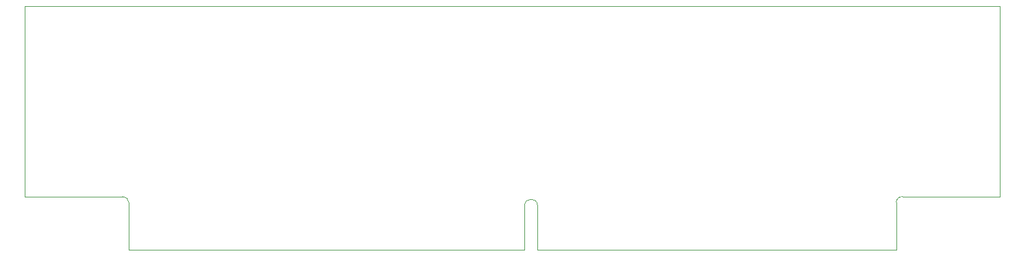
<source format=gm1>
G04 #@! TF.GenerationSoftware,KiCad,Pcbnew,(6.0.0)*
G04 #@! TF.CreationDate,2022-01-26T20:37:23-08:00*
G04 #@! TF.ProjectId,M919_cache,4d393139-5f63-4616-9368-652e6b696361,rev?*
G04 #@! TF.SameCoordinates,Original*
G04 #@! TF.FileFunction,Profile,NP*
%FSLAX46Y46*%
G04 Gerber Fmt 4.6, Leading zero omitted, Abs format (unit mm)*
G04 Created by KiCad (PCBNEW (6.0.0)) date 2022-01-26 20:37:23*
%MOMM*%
%LPD*%
G01*
G04 APERTURE LIST*
G04 #@! TA.AperFunction,Profile*
%ADD10C,0.050000*%
G04 #@! TD*
G04 APERTURE END LIST*
D10*
X128524000Y-119634000D02*
G75*
G03*
X127765973Y-118847148I-787400J0D01*
G01*
X247650000Y-118846600D02*
X234341518Y-118846600D01*
X184454800Y-120091200D02*
G75*
G03*
X182676800Y-120091200I-889000J0D01*
G01*
X234341518Y-118846600D02*
G75*
G03*
X233502200Y-119634000I-50314J-787398D01*
G01*
X233502200Y-126136400D02*
X233502200Y-119634000D01*
X127765973Y-118847148D02*
X114300000Y-118847148D01*
X114300000Y-92710000D02*
X247650000Y-92710000D01*
X233502200Y-126136400D02*
X184454800Y-126136400D01*
X182676800Y-120091200D02*
X182676800Y-126136400D01*
X128524000Y-126136400D02*
X128524000Y-119634000D01*
X182676800Y-126136400D02*
X128524000Y-126136400D01*
X184454800Y-126136400D02*
X184454800Y-120091200D01*
X114300000Y-118847148D02*
X114300000Y-92710000D01*
X247650000Y-92710000D02*
X247650000Y-118846600D01*
M02*

</source>
